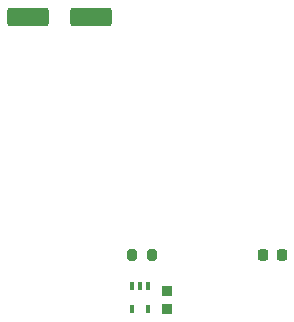
<source format=gtp>
G04 #@! TF.GenerationSoftware,KiCad,Pcbnew,5.99.0-unknown-50e22de3ba~107~ubuntu20.04.1*
G04 #@! TF.CreationDate,2021-01-18T16:46:35-08:00*
G04 #@! TF.ProjectId,DRV-StepStick,4452562d-5374-4657-9053-7469636b2e6b,rev?*
G04 #@! TF.SameCoordinates,PX67f3540PY6cb8080*
G04 #@! TF.FileFunction,Paste,Top*
G04 #@! TF.FilePolarity,Positive*
%FSLAX46Y46*%
G04 Gerber Fmt 4.6, Leading zero omitted, Abs format (unit mm)*
G04 Created by KiCad (PCBNEW 5.99.0-unknown-50e22de3ba~107~ubuntu20.04.1) date 2021-01-18 16:46:35*
%MOMM*%
%LPD*%
G01*
G04 APERTURE LIST*
G04 Aperture macros list*
%AMRoundRect*
0 Rectangle with rounded corners*
0 $1 Rounding radius*
0 $2 $3 $4 $5 $6 $7 $8 $9 X,Y pos of 4 corners*
0 Add a 4 corners polygon primitive as box body*
4,1,4,$2,$3,$4,$5,$6,$7,$8,$9,$2,$3,0*
0 Add four circle primitives for the rounded corners*
1,1,$1+$1,$2,$3*
1,1,$1+$1,$4,$5*
1,1,$1+$1,$6,$7*
1,1,$1+$1,$8,$9*
0 Add four rect primitives between the rounded corners*
20,1,$1+$1,$2,$3,$4,$5,0*
20,1,$1+$1,$4,$5,$6,$7,0*
20,1,$1+$1,$6,$7,$8,$9,0*
20,1,$1+$1,$8,$9,$2,$3,0*%
G04 Aperture macros list end*
%ADD10R,0.950000X0.875000*%
%ADD11RoundRect,0.218750X0.218750X0.256250X-0.218750X0.256250X-0.218750X-0.256250X0.218750X-0.256250X0*%
%ADD12RoundRect,0.200000X0.200000X0.275000X-0.200000X0.275000X-0.200000X-0.275000X0.200000X-0.275000X0*%
%ADD13R,0.400000X0.650000*%
%ADD14RoundRect,0.250000X1.500000X0.550000X-1.500000X0.550000X-1.500000X-0.550000X1.500000X-0.550000X0*%
G04 APERTURE END LIST*
D10*
X16290000Y10032500D03*
X16290000Y11607500D03*
D11*
X26007500Y14650000D03*
X24432500Y14650000D03*
D12*
X14985000Y14620000D03*
X13335000Y14620000D03*
D13*
X14650000Y11950000D03*
X14000000Y11950000D03*
X13350000Y11950000D03*
X13350000Y10050000D03*
X14650000Y10050000D03*
D14*
X9900000Y34800000D03*
X4500000Y34800000D03*
M02*

</source>
